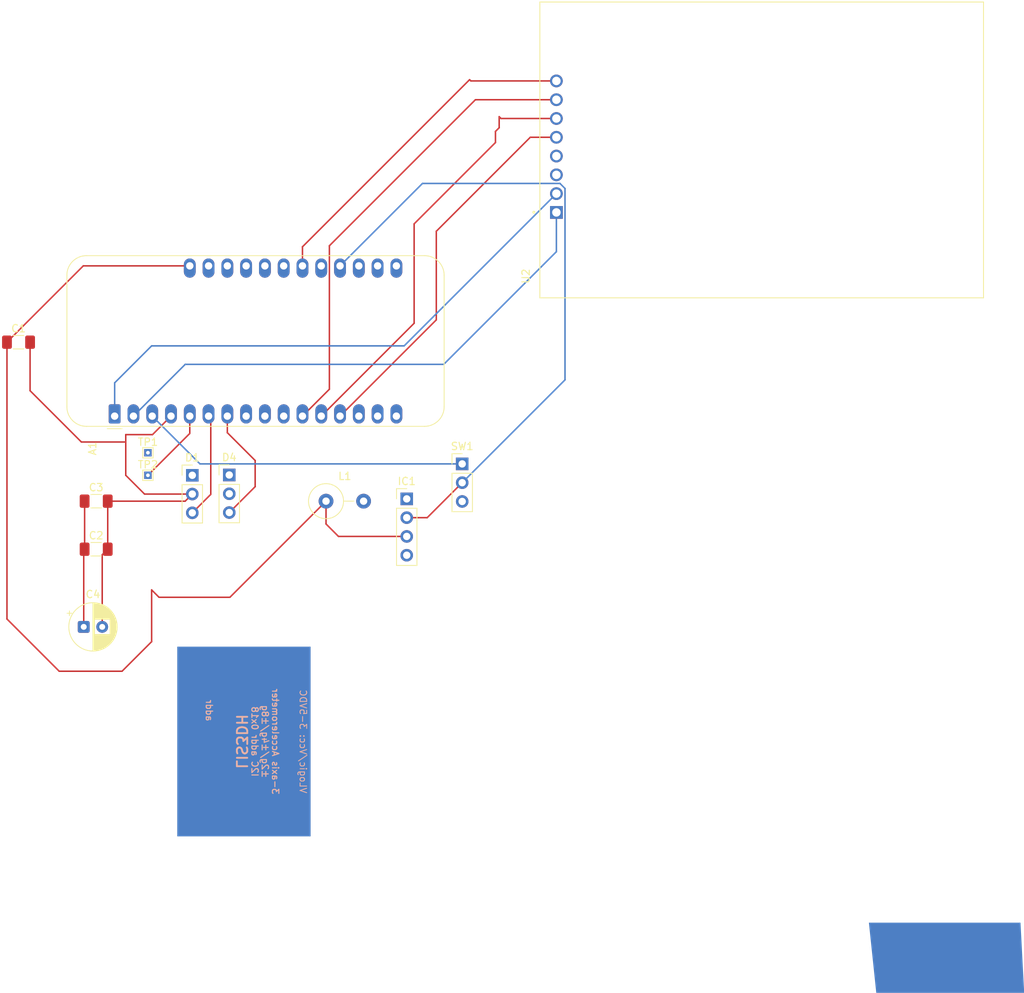
<source format=kicad_pcb>
(kicad_pcb (version 20241229) (generator "pcbnew") (generator_version "9.0")
  (title_block (title "Illumi-not-i Bike Safety System") (date "11/3/2025") (rev "4") (company "Portland State University") (comment 1 "ECE411_Team 1_ A-Team"))
  (layers (0 "F.Cu" signal) (2 "B.Cu" signal) (13 "F.Paste" user) (15 "B.Paste" user) (5 "F.SilkS" user "F.Silkscreen") (7 "B.SilkS" user "B.Silkscreen") (1 "F.Mask" user) (3 "B.Mask" user) (25 "Edge.Cuts" user))
  (net 0 "")
  (net 1 "GND")
  (net 2 "/IO6")
  (net 3 "/IO11")
  (net 4 "/IO9")
  (net 5 "/MOSI")
  (net 9 "/IO10")
  (net 12 "/REST")
  (net 13 "Net-(A1-A2)")
  (net 18 "+3.3V")
  (net 20 "/A0")
  (net 21 "+BATT")
  (net 22 "/SCK")
  (net 23 "/MISO")
  (net 26 "Net-(SW1-B)")
  (net 29 "+5V")
  (net 30 "Net-(IC1-SW)")
  (net 32 "/INT2")
  (footprint "Inductor_THT:L_Axial_L11.0mm_D4.5mm_P5.08mm_Vertical_Fastron_MECC" (layer "F.Cu") (at 194.585 114)
    (property "Reference" "L1" (at 2.54 -3.37 0) (layer "F.SilkS"))
    (property "Value" "1u")
    (fp_line (start 2.37 0) (end 3.78 0) (stroke (width 0.12)) (layer "F.SilkS"))
    (fp_circle (center 0 0) (end 2.37 0) (stroke (width 0.12)) (fill no) (layer "F.SilkS"))
    (pad "1" thru_hole circle (at 0 0) (size 2 2) (drill 1) (layers "*.Cu" "*.Mask") (net 21 "+BATT"))
    (pad "2" thru_hole circle (at 5.08 0) (size 2 2) (drill 1) (layers "*.Cu" "*.Mask") (net 30 "Net-(IC1-SW)"))
  )
  (footprint "CEG006900:MODULE_CEG006900" (layer "F.Cu") (at 253.5 66.5 90)
    (property "Reference" "U2" (at -17.075 -31.885 90) (layer "F.SilkS"))
    (property "Value" "RF522_RFID")
    (fp_line (start 20 -30) (end 20 30) (stroke (width 0.127)) (layer "F.SilkS"))
    (fp_line (start -20 -30) (end 20 -30) (stroke (width 0.127)) (layer "F.SilkS"))
    (fp_line (start 20 30) (end -20 30) (stroke (width 0.127)) (layer "F.SilkS"))
    (fp_line (start -20 30) (end -20 -30) (stroke (width 0.127)) (layer "F.SilkS"))
    (fp_circle (center -8.431 -30.808) (end -8.331 -30.808) (stroke (width 0.2)) (fill no) (layer "F.SilkS"))
    (pad "" np_thru_hole circle (at -17.5 -14 90) (size 2.5 2.5) (drill 2.5) (layers "*.Cu" "*.Mask"))
    (pad "" np_thru_hole circle (at -14 24 90) (size 2.5 2.5) (drill 2.5) (layers "*.Cu" "*.Mask"))
    (pad "" np_thru_hole circle (at 14 24 90) (size 2.5 2.5) (drill 2.5) (layers "*.Cu" "*.Mask"))
    (pad "" np_thru_hole circle (at 17.5 -14 90) (size 2.5 2.5) (drill 2.5) (layers "*.Cu" "*.Mask"))
    (pad "1" thru_hole rect (at -8.45 -27.76 90) (size 1.725 1.725) (drill 1.15) (layers "*.Cu" "*.Mask") (net 18 "+3.3V"))
    (pad "2" thru_hole circle (at -5.91 -27.76 90) (size 1.725 1.725) (drill 1.15) (layers "*.Cu" "*.Mask") (net 12 "/REST"))
    (pad "3" thru_hole circle (at -3.37 -27.76 90) (size 1.725 1.725) (drill 1.15) (layers "*.Cu" "*.Mask") (net 1 "GND"))
    (pad "4" thru_hole circle (at -0.83 -27.76 90) (size 1.725 1.725) (drill 1.15) (layers "*.Cu" "*.Mask"))
    (pad "5" thru_hole circle (at 1.71 -27.76 90) (size 1.725 1.725) (drill 1.15) (layers "*.Cu" "*.Mask") (net 23 "/MISO"))
    (pad "6" thru_hole circle (at 4.25 -27.76 90) (size 1.725 1.725) (drill 1.15) (layers "*.Cu" "*.Mask") (net 5 "/MOSI"))
    (pad "7" thru_hole circle (at 6.79 -27.76 90) (size 1.725 1.725) (drill 1.15) (layers "*.Cu" "*.Mask") (net 22 "/SCK"))
    (pad "8" thru_hole circle (at 9.33 -27.76 90) (size 1.725 1.725) (drill 1.15) (layers "*.Cu" "*.Mask") (net 9 "/IO10"))
  )
  (footprint "Capacitor_SMD:C_1206_3216Metric_Pad1.33x1.80mm_HandSolder" (layer "F.Cu") (at 153 92.5)
    (property "Reference" "C1" (at 0 -1.85 0) (layer "F.SilkS"))
    (property "Value" "10u")
    (fp_line (start -0.711252 -0.91) (end 0.711252 -0.91) (stroke (width 0.12)) (layer "F.SilkS"))
    (fp_line (start -0.711252 0.91) (end 0.711252 0.91) (stroke (width 0.12)) (layer "F.SilkS"))
    (pad "1" smd roundrect (at -1.5625 0) (size 1.325 1.8) (layers "F.Cu" "F.Mask" "F.Paste") (roundrect_rratio 0.188679) (net 21 "+BATT"))
    (pad "2" smd roundrect (at 1.5625 0) (size 1.325 1.8) (layers "F.Cu" "F.Mask" "F.Paste") (roundrect_rratio 0.188679) (net 1 "GND"))
  )
  (footprint "Connector_PinHeader_2.54mm:PinHeader_1x03_P2.54mm_Vertical" (layer "F.Cu") (at 181.5 110.46)
    (property "Reference" "D4" (at 0 -2.38 0) (layer "F.SilkS"))
    (property "Value" "WS2812B-2020-LED")
    (fp_line (start -1.38 -1.38) (end 0 -1.38) (stroke (width 0.12)) (layer "F.SilkS"))
    (fp_line (start -1.38 0) (end -1.38 -1.38) (stroke (width 0.12)) (layer "F.SilkS"))
    (fp_line (start -1.38 1.27) (end -1.38 6.46) (stroke (width 0.12)) (layer "F.SilkS"))
    (fp_line (start -1.38 1.27) (end 1.38 1.27) (stroke (width 0.12)) (layer "F.SilkS"))
    (fp_line (start -1.38 6.46) (end 1.38 6.46) (stroke (width 0.12)) (layer "F.SilkS"))
    (fp_line (start 1.38 1.27) (end 1.38 6.46) (stroke (width 0.12)) (layer "F.SilkS"))
    (pad "1" thru_hole rect (at 0 0) (size 1.7 1.7) (drill 1) (layers "*.Cu" "*.Mask"))
    (pad "2" thru_hole circle (at 0 2.54) (size 1.7 1.7) (drill 1) (layers "*.Cu" "*.Mask") (net 1 "GND"))
    (pad "3" thru_hole circle (at 0 5.08) (size 1.7 1.7) (drill 1) (layers "*.Cu" "*.Mask") (net 13 "Net-(A1-A2)"))
  )
  (footprint "Capacitor_SMD:C_1206_3216Metric_Pad1.33x1.80mm_HandSolder" (layer "F.Cu") (at 163.5 114)
    (property "Reference" "C3" (at 0 -1.85 0) (layer "F.SilkS"))
    (property "Value" "22u")
    (fp_line (start -0.711252 -0.91) (end 0.711252 -0.91) (stroke (width 0.12)) (layer "F.SilkS"))
    (fp_line (start -0.711252 0.91) (end 0.711252 0.91) (stroke (width 0.12)) (layer "F.SilkS"))
    (pad "1" smd roundrect (at -1.5625 0) (size 1.325 1.8) (layers "F.Cu" "F.Mask" "F.Paste") (roundrect_rratio 0.188679) (net 29 "+5V"))
    (pad "2" smd roundrect (at 1.5625 0) (size 1.325 1.8) (layers "F.Cu" "F.Mask" "F.Paste") (roundrect_rratio 0.188679) (net 1 "GND"))
  )
  (footprint "Module:Adafruit_Feather" (layer "F.Cu") (at 166 102.5 90)
    (property "Reference" "A1" (at -4.385 -3 90) (layer "F.SilkS"))
    (property "Value" "Adafruit_Feather_ESP32_S3")
    (fp_line (start 19.05 -6.46) (end 1.27 -6.46) (stroke (width 0.12)) (layer "F.SilkS"))
    (fp_line (start 21.7 -3.81) (end 21.7 41.91) (stroke (width 0.12)) (layer "F.SilkS"))
    (fp_line (start -1.38 -3.81) (end -1.38 41.91) (stroke (width 0.12)) (layer "F.SilkS"))
    (fp_line (start -1.7 1) (end -1.7 -1) (stroke (width 0.12)) (layer "F.SilkS"))
    (fp_line (start 19.05 44.56) (end 1.27 44.56) (stroke (width 0.12)) (layer "F.SilkS"))
    (fp_arc (start 19.05 -6.46) (mid 20.923833 -5.683833) (end 21.7 -3.81) (stroke (width 0.12)) (layer "F.SilkS"))
    (fp_arc (start -1.38 -3.81) (mid -0.603833 -5.683833) (end 1.27 -6.46) (stroke (width 0.12)) (layer "F.SilkS"))
    (fp_arc (start 21.7 41.91) (mid 20.923833 43.783833) (end 19.05 44.56) (stroke (width 0.12)) (layer "F.SilkS"))
    (fp_arc (start 1.27 44.56) (mid -0.603833 43.783833) (end -1.38 41.91) (stroke (width 0.12)) (layer "F.SilkS"))
    (pad "1" thru_hole roundrect (at 0 0 90) (size 2.6 1.6) (drill 1 (offset 0.3 0)) (layers "*.Cu" "*.Mask") (roundrect_rratio 0.15625) (net 12 "/REST"))
    (pad "2" thru_hole oval (at 0 2.54 90) (size 2.6 1.6) (drill 1 (offset 0.3 0)) (layers "*.Cu" "*.Mask") (net 18 "+3.3V"))
    (pad "3" thru_hole oval (at 0 5.08 90) (size 2.6 1.6) (drill 1 (offset 0.3 0)) (layers "*.Cu" "*.Mask") (net 26 "Net-(SW1-B)"))
    (pad "4" thru_hole oval (at 0 7.62 90) (size 2.6 1.6) (drill 1 (offset 0.3 0)) (layers "*.Cu" "*.Mask") (net 1 "GND"))
    (pad "5" thru_hole oval (at 0 10.16 90) (size 2.6 1.6) (drill 1 (offset 0.3 0)) (layers "*.Cu" "*.Mask") (net 20 "/A0"))
    (pad "6" thru_hole oval (at 0 12.7 90) (size 2.6 1.6) (drill 1 (offset 0.3 0)) (layers "*.Cu" "*.Mask") (net 3 "/IO11"))
    (pad "7" thru_hole oval (at 0 15.24 90) (size 2.6 1.6) (drill 1 (offset 0.3 0)) (layers "*.Cu" "*.Mask") (net 13 "Net-(A1-A2)"))
    (pad "8" thru_hole oval (at 0 17.78 90) (size 2.6 1.6) (drill 1 (offset 0.3 0)) (layers "*.Cu" "*.Mask"))
    (pad "9" thru_hole oval (at 0 20.32 90) (size 2.6 1.6) (drill 1 (offset 0.3 0)) (layers "*.Cu" "*.Mask"))
    (pad "10" thru_hole oval (at 0 22.86 90) (size 2.6 1.6) (drill 1 (offset 0.3 0)) (layers "*.Cu" "*.Mask"))
    (pad "11" thru_hole oval (at 0 25.4 90) (size 2.6 1.6) (drill 1 (offset 0.3 0)) (layers "*.Cu" "*.Mask") (net 22 "/SCK"))
    (pad "12" thru_hole oval (at 0 27.94 90) (size 2.6 1.6) (drill 1 (offset 0.3 0)) (layers "*.Cu" "*.Mask") (net 5 "/MOSI"))
    (pad "13" thru_hole oval (at 0 30.48 90) (size 2.6 1.6) (drill 1 (offset 0.3 0)) (layers "*.Cu" "*.Mask") (net 23 "/MISO"))
    (pad "14" thru_hole oval (at 0 33.02 90) (size 2.6 1.6) (drill 1 (offset 0.3 0)) (layers "*.Cu" "*.Mask"))
    (pad "15" thru_hole oval (at 0 35.56 90) (size 2.6 1.6) (drill 1 (offset 0.3 0)) (layers "*.Cu" "*.Mask"))
    (pad "16" thru_hole oval (at 0 38.1 90) (size 2.6 1.6) (drill 1 (offset 0.3 0)) (layers "*.Cu" "*.Mask"))
    (pad "17" thru_hole oval (at 20.32 38.1 270) (size 2.6 1.6) (drill 1 (offset 0.3 0)) (layers "*.Cu" "*.Mask"))
    (pad "18" thru_hole oval (at 20.32 35.56 270) (size 2.6 1.6) (drill 1 (offset 0.3 0)) (layers "*.Cu" "*.Mask"))
    (pad "19" thru_hole oval (at 20.32 33.02 270) (size 2.6 1.6) (drill 1 (offset 0.3 0)) (layers "*.Cu" "*.Mask"))
    (pad "20" thru_hole oval (at 20.32 30.48 270) (size 2.6 1.6) (drill 1 (offset 0.3 0)) (layers "*.Cu" "*.Mask") (net 2 "/IO6"))
    (pad "21" thru_hole oval (at 20.32 27.94 270) (size 2.6 1.6) (drill 1 (offset 0.3 0)) (layers "*.Cu" "*.Mask") (net 4 "/IO9"))
    (pad "22" thru_hole oval (at 20.32 25.4 270) (size 2.6 1.6) (drill 1 (offset 0.3 0)) (layers "*.Cu" "*.Mask") (net 9 "/IO10"))
    (pad "23" thru_hole oval (at 20.32 22.86 270) (size 2.6 1.6) (drill 1 (offset 0.3 0)) (layers "*.Cu" "*.Mask"))
    (pad "24" thru_hole oval (at 20.32 20.32 270) (size 2.6 1.6) (drill 1 (offset 0.3 0)) (layers "*.Cu" "*.Mask"))
    (pad "25" thru_hole oval (at 20.32 17.78 270) (size 2.6 1.6) (drill 1 (offset 0.3 0)) (layers "*.Cu" "*.Mask"))
    (pad "26" thru_hole oval (at 20.32 15.24 270) (size 2.6 1.6) (drill 1 (offset 0.3 0)) (layers "*.Cu" "*.Mask"))
    (pad "27" thru_hole oval (at 20.32 12.7 270) (size 2.6 1.6) (drill 1 (offset 0.3 0)) (layers "*.Cu" "*.Mask"))
    (pad "28" thru_hole oval (at 20.32 10.16 270) (size 2.6 1.6) (drill 1 (offset 0.3 0)) (layers "*.Cu" "*.Mask") (net 21 "+BATT"))
  )
  (footprint "TestPoint:TestPoint_THTPad_1.0x1.0mm_Drill0.5mm" (layer "F.Cu") (at 170.5 107.45)
    (property "Reference" "TP1" (at 0 -1.448 0) (layer "F.SilkS"))
    (property "Value" "TestPoint_RFID_INT2")
    (fp_line (start -0.7 -0.7) (end 0.7 -0.7) (stroke (width 0.12)) (layer "F.SilkS"))
    (fp_line (start -0.7 0.7) (end -0.7 -0.7) (stroke (width 0.12)) (layer "F.SilkS"))
    (fp_line (start 0.7 -0.7) (end 0.7 0.7) (stroke (width 0.12)) (layer "F.SilkS"))
    (fp_line (start 0.7 0.7) (end -0.7 0.7) (stroke (width 0.12)) (layer "F.SilkS"))
    (pad "1" thru_hole rect (at 0 0) (size 1 1) (drill 0.5) (layers "*.Cu" "*.Mask") (net 32 "/INT2"))
  )
  (footprint "Connector_PinHeader_2.54mm:PinHeader_1x03_P2.54mm_Vertical" (layer "F.Cu") (at 176.5 110.5)
    (property "Reference" "D1" (at 0 -2.38 0) (layer "F.SilkS"))
    (property "Value" "WS2812B-2020-LED")
    (fp_line (start -1.38 -1.38) (end 0 -1.38) (stroke (width 0.12)) (layer "F.SilkS"))
    (fp_line (start -1.38 0) (end -1.38 -1.38) (stroke (width 0.12)) (layer "F.SilkS"))
    (fp_line (start -1.38 1.27) (end -1.38 6.46) (stroke (width 0.12)) (layer "F.SilkS"))
    (fp_line (start -1.38 1.27) (end 1.38 1.27) (stroke (width 0.12)) (layer "F.SilkS"))
    (fp_line (start -1.38 6.46) (end 1.38 6.46) (stroke (width 0.12)) (layer "F.SilkS"))
    (fp_line (start 1.38 1.27) (end 1.38 6.46) (stroke (width 0.12)) (layer "F.SilkS"))
    (pad "1" thru_hole rect (at 0 0) (size 1.7 1.7) (drill 1) (layers "*.Cu" "*.Mask"))
    (pad "2" thru_hole circle (at 0 2.54) (size 1.7 1.7) (drill 1) (layers "*.Cu" "*.Mask") (net 1 "GND"))
    (pad "3" thru_hole circle (at 0 5.08) (size 1.7 1.7) (drill 1) (layers "*.Cu" "*.Mask") (net 3 "/IO11"))
  )
  (footprint "TestPoint:TestPoint_THTPad_1.0x1.0mm_Drill0.5mm" (layer "F.Cu") (at 170.5 110.5)
    (property "Reference" "TP2" (at 0 -1.448 0) (layer "F.SilkS"))
    (property "Value" "TestPoint_RFID_INT1")
    (fp_line (start -0.7 -0.7) (end 0.7 -0.7) (stroke (width 0.12)) (layer "F.SilkS"))
    (fp_line (start -0.7 0.7) (end -0.7 -0.7) (stroke (width 0.12)) (layer "F.SilkS"))
    (fp_line (start 0.7 -0.7) (end 0.7 0.7) (stroke (width 0.12)) (layer "F.SilkS"))
    (fp_line (start 0.7 0.7) (end -0.7 0.7) (stroke (width 0.12)) (layer "F.SilkS"))
    (pad "1" thru_hole rect (at 0 0) (size 1 1) (drill 0.5) (layers "*.Cu" "*.Mask") (net 20 "/A0"))
  )
  (footprint "Capacitor_THT:CP_Radial_D6.3mm_P2.50mm" (layer "F.Cu") (at 161.817621 131)
    (property "Reference" "C4" (at 1.25 -4.4 0) (layer "F.SilkS"))
    (property "Value" "100u")
    (fp_line (start -2.250241 -1.839) (end -1.620241 -1.839) (stroke (width 0.12)) (layer "F.SilkS"))
    (fp_line (start -1.935241 -2.154) (end -1.935241 -1.524) (stroke (width 0.12)) (layer "F.SilkS"))
    (fp_line (start 1.25 -3.23) (end 1.25 3.23) (stroke (width 0.12)) (layer "F.SilkS"))
    (fp_line (start 1.29 -3.23) (end 1.29 3.23) (stroke (width 0.12)) (layer "F.SilkS"))
    (fp_line (start 1.33 -3.229) (end 1.33 3.229) (stroke (width 0.12)) (layer "F.SilkS"))
    (fp_line (start 1.37 -3.228) (end 1.37 3.228) (stroke (width 0.12)) (layer "F.SilkS"))
    (fp_line (start 1.41 -3.226) (end 1.41 3.226) (stroke (width 0.12)) (layer "F.SilkS"))
    (fp_line (start 1.45 -3.224) (end 1.45 3.224) (stroke (width 0.12)) (layer "F.SilkS"))
    (fp_line (start 1.49 -3.221) (end 1.49 -1.04) (stroke (width 0.12)) (layer "F.SilkS"))
    (fp_line (start 1.49 1.04) (end 1.49 3.221) (stroke (width 0.12)) (layer "F.SilkS"))
    (fp_line (start 1.53 -3.218) (end 1.53 -1.04) (stroke (width 0.12)) (layer "F.SilkS"))
    (fp_line (start 1.53 1.04) (end 1.53 3.218) (stroke (width 0.12)) (layer "F.SilkS"))
    (fp_line (start 1.57 -3.214) (end 1.57 -1.04) (stroke (width 0.12)) (layer "F.SilkS"))
    (fp_line (start 1.57 1.04) (end 1.57 3.214) (stroke (width 0.12)) (layer "F.SilkS"))
    (fp_line (start 1.61 -3.21) (end 1.61 -1.04) (stroke (width 0.12)) (layer "F.SilkS"))
    (fp_line (start 1.61 1.04) (end 1.61 3.21) (stroke (width 0.12)) (layer "F.SilkS"))
    (fp_line (start 1.65 -3.205) (end 1.65 -1.04) (stroke (width 0.12)) (layer "F.SilkS"))
    (fp_line (start 1.65 1.04) (end 1.65 3.205) (stroke (width 0.12)) (layer "F.SilkS"))
    (fp_line (start 1.69 -3.2) (end 1.69 -1.04) (stroke (width 0.12)) (layer "F.SilkS"))
    (fp_line (start 1.69 1.04) (end 1.69 3.2) (stroke (width 0.12)) (layer "F.SilkS"))
    (fp_line (start 1.73 -3.195) (end 1.73 -1.04) (stroke (width 0.12)) (layer "F.SilkS"))
    (fp_line (start 1.73 1.04) (end 1.73 3.195) (stroke (width 0.12)) (layer "F.SilkS"))
    (fp_line (start 1.77 -3.188) (end 1.77 -1.04) (stroke (width 0.12)) (layer "F.SilkS"))
    (fp_line (start 1.77 1.04) (end 1.77 3.188) (stroke (width 0.12)) (layer "F.SilkS"))
    (fp_line (start 1.81 -3.182) (end 1.81 -1.04) (stroke (width 0.12)) (layer "F.SilkS"))
    (fp_line (start 1.81 1.04) (end 1.81 3.182) (stroke (width 0.12)) (layer "F.SilkS"))
    (fp_line (start 1.85 -3.174) (end 1.85 -1.04) (stroke (width 0.12)) (layer "F.SilkS"))
    (fp_line (start 1.85 1.04) (end 1.85 3.174) (stroke (width 0.12)) (layer "F.SilkS"))
    (fp_line (start 1.89 -3.167) (end 1.89 -1.04) (stroke (width 0.12)) (layer "F.SilkS"))
    (fp_line (start 1.89 1.04) (end 1.89 3.167) (stroke (width 0.12)) (layer "F.SilkS"))
    (fp_line (start 1.93 -3.159) (end 1.93 -1.04) (stroke (width 0.12)) (layer "F.SilkS"))
    (fp_line (start 1.93 1.04) (end 1.93 3.159) (stroke (width 0.12)) (layer "F.SilkS"))
    (fp_line (start 1.97 -3.15) (end 1.97 -1.04) (stroke (width 0.12)) (layer "F.SilkS"))
    (fp_line (start 1.97 1.04) (end 1.97 3.15) (stroke (width 0.12)) (layer "F.SilkS"))
    (fp_line (start 2.01 -3.14) (end 2.01 -1.04) (stroke (width 0.12)) (layer "F.SilkS"))
    (fp_line (start 2.01 1.04) (end 2.01 3.14) (stroke (width 0.12)) (layer "F.SilkS"))
    (fp_line (start 2.05 -3.131) (end 2.05 -1.04) (stroke (width 0.12)) (layer "F.SilkS"))
    (fp_line (start 2.05 1.04) (end 2.05 3.131) (stroke (width 0.12)) (layer "F.SilkS"))
    (fp_line (start 2.09 -3.12) (end 2.09 -1.04) (stroke (width 0.12)) (layer "F.SilkS"))
    (fp_line (start 2.09 1.04) (end 2.09 3.12) (stroke (width 0.12)) (layer "F.SilkS"))
    (fp_line (start 2.13 -3.109) (end 2.13 -1.04) (stroke (width 0.12)) (layer "F.SilkS"))
    (fp_line (start 2.13 1.04) (end 2.13 3.109) (stroke (width 0.12)) (layer "F.SilkS"))
    (fp_line (start 2.17 -3.098) (end 2.17 -1.04) (stroke (width 0.12)) (layer "F.SilkS"))
    (fp_line (start 2.17 1.04) (end 2.17 3.098) (stroke (width 0.12)) (layer "F.SilkS"))
    (fp_line (start 2.21 -3.086) (end 2.21 -1.04) (stroke (width 0.12)) (layer "F.SilkS"))
    (fp_line (start 2.21 1.04) (end 2.21 3.086) (stroke (width 0.12)) (layer "F.SilkS"))
    (fp_line (start 2.25 -3.073) (end 2.25 -1.04) (stroke (width 0.12)) (layer "F.SilkS"))
    (fp_line (start 2.25 1.04) (end 2.25 3.073) (stroke (width 0.12)) (layer "F.SilkS"))
    (fp_line (start 2.29 -3.06) (end 2.29 -1.04) (stroke (width 0.12)) (layer "F.SilkS"))
    (fp_line (start 2.29 1.04) (end 2.29 3.06) (stroke (width 0.12)) (layer "F.SilkS"))
    (fp_line (start 2.33 -3.047) (end 2.33 -1.04) (stroke (width 0.12)) (layer "F.SilkS"))
    (fp_line (start 2.33 1.04) (end 2.33 3.047) (stroke (width 0.12)) (layer "F.SilkS"))
    (fp_line (start 2.37 -3.032) (end 2.37 -1.04) (stroke (width 0.12)) (layer "F.SilkS"))
    (fp_line (start 2.37 1.04) (end 2.37 3.032) (stroke (width 0.12)) (layer "F.SilkS"))
    (fp_line (start 2.41 -3.017) (end 2.41 -1.04) (stroke (width 0.12)) (layer "F.SilkS"))
    (fp_line (start 2.41 1.04) (end 2.41 3.017) (stroke (width 0.12)) (layer "F.SilkS"))
    (fp_line (start 2.45 -3.002) (end 2.45 -1.04) (stroke (width 0.12)) (layer "F.SilkS"))
    (fp_line (start 2.45 1.04) (end 2.45 3.002) (stroke (width 0.12)) (layer "F.SilkS"))
    (fp_line (start 2.49 -2.986) (end 2.49 -1.04) (stroke (width 0.12)) (layer "F.SilkS"))
    (fp_line (start 2.49 1.04) (end 2.49 2.986) (stroke (width 0.12)) (layer "F.SilkS"))
    (fp_line (start 2.53 -2.969) (end 2.53 -1.04) (stroke (width 0.12)) (layer "F.SilkS"))
    (fp_line (start 2.53 1.04) (end 2.53 2.969) (stroke (width 0.12)) (layer "F.SilkS"))
    (fp_line (start 2.57 -2.952) (end 2.57 -1.04) (stroke (width 0.12)) (layer "F.SilkS"))
    (fp_line (start 2.57 1.04) (end 2.57 2.952) (stroke (width 0.12)) (layer "F.SilkS"))
    (fp_line (start 2.61 -2.934) (end 2.61 -1.04) (stroke (width 0.12)) (layer "F.SilkS"))
    (fp_line (start 2.61 1.04) (end 2.61 2.934) (stroke (width 0.12)) (layer "F.SilkS"))
    (fp_line (start 2.65 -2.915) (end 2.65 -1.04) (stroke (width 0.12)) (layer "F.SilkS"))
    (fp_line (start 2.65 1.04) (end 2.65 2.915) (stroke (width 0.12)) (layer "F.SilkS"))
    (fp_line (start 2.69 -2.896) (end 2.69 -1.04) (stroke (width 0.12)) (layer "F.SilkS"))
    (fp_line (start 2.69 1.04) (end 2.69 2.896) (stroke (width 0.12)) (layer "F.SilkS"))
    (fp_line (start 2.73 -2.876) (end 2.73 -1.04) (stroke (width 0.12)) (layer "F.SilkS"))
    (fp_line (start 2.73 1.04) (end 2.73 2.876) (stroke (width 0.12)) (layer "F.SilkS"))
    (fp_line (start 2.77 -2.855) (end 2.77 -1.04) (stroke (width 0.12)) (layer "F.SilkS"))
    (fp_line (start 2.77 1.04) (end 2.77 2.855) (stroke (width 0.12)) (layer "F.SilkS"))
    (fp_line (start 2.81 -2.834) (end 2.81 -1.04) (stroke (width 0.12)) (layer "F.SilkS"))
    (fp_line (start 2.81 1.04) (end 2.81 2.834) (stroke (width 0.12)) (layer "F.SilkS"))
    (fp_line (start 2.85 -2.812) (end 2.85 -1.04) (stroke (width 0.12)) (layer "F.SilkS"))
    (fp_line (start 2.85 1.04) (end 2.85 2.812) (stroke (width 0.12)) (layer "F.SilkS"))
    (fp_line (start 2.89 -2.789) (end 2.89 -1.04) (stroke (width 0.12)) (layer "F.SilkS"))
    (fp_line (start 2.89 1.04) (end 2.89 2.789) (stroke (width 0.12)) (layer "F.SilkS"))
    (fp_line (start 2.93 -2.765) (end 2.93 -1.04) (stroke (width 0.12)) (layer "F.SilkS"))
    (fp_line (start 2.93 1.04) (end 2.93 2.765) (stroke (width 0.12)) (layer "F.SilkS"))
    (fp_line (start 2.97 -2.741) (end 2.97 -1.04) (stroke (width 0.12)) (layer "F.SilkS"))
    (fp_line (start 2.97 1.04) (end 2.97 2.741) (stroke (width 0.12)) (layer "F.SilkS"))
    (fp_line (start 3.01 -2.716) (end 3.01 -1.04) (stroke (width 0.12)) (layer "F.SilkS"))
    (fp_line (start 3.01 1.04) (end 3.01 2.716) (stroke (width 0.12)) (layer "F.SilkS"))
    (fp_line (start 3.05 -2.69) (end 3.05 -1.04) (stroke (width 0.12)) (layer "F.SilkS"))
    (fp_line (start 3.05 1.04) (end 3.05 2.69) (stroke (width 0.12)) (layer "F.SilkS"))
    (fp_line (start 3.09 -2.663) (end 3.09 -1.04) (stroke (width 0.12)) (layer "F.SilkS"))
    (fp_line (start 3.09 1.04) (end 3.09 2.663) (stroke (width 0.12)) (layer "F.SilkS"))
    (fp_line (start 3.13 -2.636) (end 3.13 -1.04) (stroke (width 0.12)) (layer "F.SilkS"))
    (fp_line (start 3.13 1.04) (end 3.13 2.636) (stroke (width 0.12)) (layer "F.SilkS"))
    (fp_line (start 3.17 -2.607) (end 3.17 -1.04) (stroke (width 0.12)) (layer "F.SilkS"))
    (fp_line (start 3.17 1.04) (end 3.17 2.607) (stroke (width 0.12)) (layer "F.SilkS"))
    (fp_line (start 3.21 -2.577) (end 3.21 -1.04) (stroke (width 0.12)) (layer "F.SilkS"))
    (fp_line (start 3.21 1.04) (end 3.21 2.577) (stroke (width 0.12)) (layer "F.SilkS"))
    (fp_line (start 3.25 -2.547) (end 3.25 -1.04) (stroke (width 0.12)) (layer "F.SilkS"))
    (fp_line (start 3.25 1.04) (end 3.25 2.547) (stroke (width 0.12)) (layer "F.SilkS"))
    (fp_line (start 3.29 -2.516) (end 3.29 -1.04) (stroke (width 0.12)) (layer "F.SilkS"))
    (fp_line (start 3.29 1.04) (end 3.29 2.516) (stroke (width 0.12)) (layer "F.SilkS"))
    (fp_line (start 3.33 -2.483) (end 3.33 -1.04) (stroke (width 0.12)) (layer "F.SilkS"))
    (fp_line (start 3.33 1.04) (end 3.33 2.483) (stroke (width 0.12)) (layer "F.SilkS"))
    (fp_line (start 3.37 -2.45) (end 3.37 -1.04) (stroke (width 0.12)) (layer "F.SilkS"))
    (fp_line (start 3.37 1.04) (end 3.37 2.45) (stroke (width 0.12)) (layer "F.SilkS"))
    (fp_line (start 3.41 -2.415) (end 3.41 -1.04) (stroke (width 0.12)) (layer "F.SilkS"))
    (fp_line (start 3.41 1.04) (end 3.41 2.415) (stroke (width 0.12)) (layer "F.SilkS"))
    (fp_line (start 3.45 -2.379) (end 3.45 -1.04) (stroke (width 0.12)) (layer "F.SilkS"))
    (fp_line (start 3.45 1.04) (end 3.45 2.379) (stroke (width 0.12)) (layer "F.SilkS"))
    (fp_line (start 3.49 -2.342) (end 3.49 -1.04) (stroke (width 0.12)) (layer "F.SilkS"))
    (fp_line (start 3.49 1.04) (end 3.49 2.342) (stroke (width 0.12)) (layer "F.SilkS"))
    (fp_line (start 3.53 -2.304) (end 3.53 -1.04) (stroke (width 0.12)) (layer "F.SilkS"))
    (fp_line (start 3.53 1.04) (end 3.53 2.304) (stroke (width 0.12)) (layer "F.SilkS"))
    (fp_line (start 3.57 -2.264) (end 3.57 2.264) (stroke (width 0.12)) (layer "F.SilkS"))
    (fp_line (start 3.61 -2.223) (end 3.61 2.223) (stroke (width 0.12)) (layer "F.SilkS"))
    (fp_line (start 3.65 -2.181) (end 3.65 2.181) (stroke (width 0.12)) (layer "F.SilkS"))
    (fp_line (start 3.69 -2.137) (end 3.69 2.137) (stroke (width 0.12)) (layer "F.SilkS"))
    (fp_line (start 3.73 -2.091) (end 3.73 2.091) (stroke (width 0.12)) (layer "F.SilkS"))
    (fp_line (start 3.77 -2.044) (end 3.77 2.044) (stroke (width 0.12)) (layer "F.SilkS"))
    (fp_line (start 3.81 -1.995) (end 3.81 1.995) (stroke (width 0.12)) (layer "F.SilkS"))
    (fp_line (start 3.85 -1.943) (end 3.85 1.943) (stroke (width 0.12)) (layer "F.SilkS"))
    (fp_line (start 3.89 -1.89) (end 3.89 1.89) (stroke (width 0.12)) (layer "F.SilkS"))
    (fp_line (start 3.93 -1.834) (end 3.93 1.834) (stroke (width 0.12)) (layer "F.SilkS"))
    (fp_line (start 3.97 -1.775) (end 3.97 1.775) (stroke (width 0.12)) (layer "F.SilkS"))
    (fp_line (start 4.01 -1.714) (end 4.01 1.714) (stroke (width 0.12)) (layer "F.SilkS"))
    (fp_line (start 4.05 -1.649) (end 4.05 1.649) (stroke (width 0.12)) (layer "F.SilkS"))
    (fp_line (start 4.09 -1.581) (end 4.09 1.581) (stroke (width 0.12)) (layer "F.SilkS"))
    (fp_line (start 4.13 -1.509) (end 4.13 1.509) (stroke (width 0.12)) (layer "F.SilkS"))
    (fp_line (start 4.17 -1.432) (end 4.17 1.432) (stroke (width 0.12)) (layer "F.SilkS"))
    (fp_line (start 4.21 -1.35) (end 4.21 1.35) (stroke (width 0.12)) (layer "F.SilkS"))
    (fp_line (start 4.25 -1.261) (end 4.25 1.261) (stroke (width 0.12)) (layer "F.SilkS"))
    (fp_line (start 4.29 -1.165) (end 4.29 1.165) (stroke (width 0.12)) (layer "F.SilkS"))
    (fp_line (start 4.33 -1.058) (end 4.33 1.058) (stroke (width 0.12)) (layer "F.SilkS"))
    (fp_line (start 4.37 -0.939) (end 4.37 0.939) (stroke (width 0.12)) (layer "F.SilkS"))
    (fp_line (start 4.41 -0.801) (end 4.41 0.801) (stroke (width 0.12)) (layer "F.SilkS"))
    (fp_line (start 4.45 -0.633) (end 4.45 0.633) (stroke (width 0.12)) (layer "F.SilkS"))
    (fp_line (start 4.49 -0.402) (end 4.49 0.402) (stroke (width 0.12)) (layer "F.SilkS"))
    (fp_circle (center 1.25 0) (end 4.52 0) (stroke (width 0.12)) (fill no) (layer "F.SilkS"))
    (pad "1" thru_hole roundrect (at 0 0) (size 1.6 1.6) (drill 0.8) (layers "*.Cu" "*.Mask") (roundrect_rratio 0.15625) (net 29 "+5V"))
    (pad "2" thru_hole circle (at 2.5 0) (size 1.6 1.6) (drill 0.8) (layers "*.Cu" "*.Mask") (net 1 "GND"))
  )
  (footprint "Connector_PinHeader_2.54mm:PinHeader_1x04_P2.54mm_Vertical" (layer "F.Cu") (at 205.5 113.69)
    (property "Reference" "IC1" (at 0 -2.38 0) (layer "F.SilkS"))
    (property "Value" "TPS61023_Boost_Converter")
    (fp_line (start -1.38 -1.38) (end 0 -1.38) (stroke (width 0.12)) (layer "F.SilkS"))
    (fp_line (start -1.38 0) (end -1.38 -1.38) (stroke (width 0.12)) (layer "F.SilkS"))
    (fp_line (start -1.38 1.27) (end -1.38 9) (stroke (width 0.12)) (layer "F.SilkS"))
    (fp_line (start -1.38 1.27) (end 1.38 1.27) (stroke (width 0.12)) (layer "F.SilkS"))
    (fp_line (start -1.38 9) (end 1.38 9) (stroke (width 0.12)) (layer "F.SilkS"))
    (fp_line (start 1.38 1.27) (end 1.38 9) (stroke (width 0.12)) (layer "F.SilkS"))
    (pad "1" thru_hole rect (at 0 0) (size 1.7 1.7) (drill 1) (layers "*.Cu" "*.Mask"))
    (pad "2" thru_hole circle (at 0 2.54) (size 1.7 1.7) (drill 1) (layers "*.Cu" "*.Mask") (net 2 "/IO6"))
    (pad "3" thru_hole circle (at 0 5.08) (size 1.7 1.7) (drill 1) (layers "*.Cu" "*.Mask") (net 21 "+BATT"))
    (pad "4" thru_hole circle (at 0 7.62) (size 1.7 1.7) (drill 1) (layers "*.Cu" "*.Mask") (net 1 "GND"))
  )
  (footprint "Connector_PinHeader_2.54mm:PinHeader_1x03_P2.54mm_Vertical" (layer "F.Cu") (at 213 108.96)
    (property "Reference" "SW1" (at 0 -2.38 0) (layer "F.SilkS"))
    (property "Value" "SW_Wuerth_450301014042")
    (fp_line (start -1.38 -1.38) (end 0 -1.38) (stroke (width 0.12)) (layer "F.SilkS"))
    (fp_line (start -1.38 0) (end -1.38 -1.38) (stroke (width 0.12)) (layer "F.SilkS"))
    (fp_line (start -1.38 1.27) (end -1.38 6.46) (stroke (width 0.12)) (layer "F.SilkS"))
    (fp_line (start -1.38 1.27) (end 1.38 1.27) (stroke (width 0.12)) (layer "F.SilkS"))
    (fp_line (start -1.38 6.46) (end 1.38 6.46) (stroke (width 0.12)) (layer "F.SilkS"))
    (fp_line (start 1.38 1.27) (end 1.38 6.46) (stroke (width 0.12)) (layer "F.SilkS"))
    (pad "1" thru_hole rect (at 0 0) (size 1.7 1.7) (drill 1) (layers "*.Cu" "*.Mask") (net 26 "Net-(SW1-B)"))
    (pad "2" thru_hole circle (at 0 2.54) (size 1.7 1.7) (drill 1) (layers "*.Cu" "*.Mask") (net 2 "/IO6"))
    (pad "3" thru_hole circle (at 0 5.08) (size 1.7 1.7) (drill 1) (layers "*.Cu" "*.Mask") (net 1 "GND"))
  )
  (footprint "Capacitor_SMD:C_1206_3216Metric_Pad1.33x1.80mm_HandSolder" (layer "F.Cu") (at 163.5 120.5)
    (property "Reference" "C2" (at 0 -1.85 0) (layer "F.SilkS"))
    (property "Value" "22u")
    (fp_line (start -0.711252 -0.91) (end 0.711252 -0.91) (stroke (width 0.12)) (layer "F.SilkS"))
    (fp_line (start -0.711252 0.91) (end 0.711252 0.91) (stroke (width 0.12)) (layer "F.SilkS"))
    (pad "1" smd roundrect (at -1.5625 0) (size 1.325 1.8) (layers "F.Cu" "F.Mask" "F.Paste") (roundrect_rratio 0.188679) (net 29 "+5V"))
    (pad "2" smd roundrect (at 1.5625 0) (size 1.325 1.8) (layers "F.Cu" "F.Mask" "F.Paste") (roundrect_rratio 0.188679) (net 1 "GND"))
  )
  (gr_text "LIS3DH" (at 183.1655 146.5036 270) (layer "B.SilkS") (effects (font (size 1.40335 1.40335) (thickness 0.24765)) (justify mirror)))
  (gr_text "VLogic/Vcc: 3-5VDC" (at 191.484 146.5036 270) (layer "B.SilkS") (effects (font (size 0.89408 0.89408) (thickness 0.12192)) (justify mirror)))
  (gr_text "addr" (at 178.784 142.3126 270) (layer "B.SilkS") (effects (font (size 0.8636 0.8636) (thickness 0.1524)) (justify mirror)))
  (gr_text "3-axis Accelerometer\n±2g/±4g/±8g\nI2C addr 0x18" (at 186.3405 146.5036 270) (layer "B.SilkS") (effects (font (size 0.8636 0.8636) (thickness 0.1524)) (justify mirror)))
  (segment (start 165.0625 114) (end 175.54 114) (width 0.2) (layer "F.Cu") (net 1))
  (segment (start 175.54 114) (end 176.5 113.04) (width 0.2) (layer "F.Cu") (net 1))
  (segment (start 165.0625 114) (end 165.0625 120.5) (width 0.2) (layer "F.Cu") (net 1))
  (segment (start 154.5625 99.0625) (end 161.5 106) (width 0.2) (layer "F.Cu") (net 1))
  (segment (start 167.5 110.5) (end 167.5 106) (width 0.2) (layer "F.Cu") (net 1))
  (segment (start 167.5 105) (end 171.12 105) (width 0.2) (layer "F.Cu") (net 1))
  (segment (start 176.5 113.04) (end 170.04 113.04) (width 0.2) (layer "F.Cu") (net 1))
  (segment (start 161.5 106) (end 167.5 106) (width 0.2) (layer "F.Cu") (net 1))
  (segment (start 167.5 106) (end 167.5 105) (width 0.2) (layer "F.Cu") (net 1))
  (segment (start 171.12 105) (end 173.62 102.5) (width 0.2) (layer "F.Cu") (net 1))
  (segment (start 164.317621 131) (end 164.317621 121.244879) (width 0.2) (layer "F.Cu") (net 1))
  (segment (start 164.317621 121.244879) (end 165.0625 120.5) (width 0.2) (layer "F.Cu") (net 1))
  (segment (start 154.5625 92.5) (end 154.5625 99.0625) (width 0.2) (layer "F.Cu") (net 1))
  (segment (start 170.04 113.04) (end 167.5 110.5) (width 0.2) (layer "F.Cu") (net 1))
  (segment (start 208.27 116.23) (end 205.5 116.23) (width 0.2) (layer "F.Cu") (net 2))
  (segment (start 213 111.5) (end 208.27 116.23) (width 0.2) (layer "F.Cu") (net 2))
  (segment (start 213 111.5) (end 226.9035 97.5965) (width 0.2) (layer "B.Cu") (net 2))
  (segment (start 226.221938 71.0335) (end 207.6265 71.0335) (width 0.2) (layer "B.Cu") (net 2))
  (segment (start 226.9035 97.5965) (end 226.9035 71.715062) (width 0.2) (layer "B.Cu") (net 2))
  (segment (start 207.6265 71.0335) (end 196.48 82.18) (width 0.2) (layer "B.Cu") (net 2))
  (segment (start 226.9035 71.715062) (end 226.221938 71.0335) (width 0.2) (layer "B.Cu") (net 2))
  (segment (start 176.5 115.58) (end 179 113.08) (width 0.2) (layer "F.Cu") (net 3))
  (segment (start 179 113.08) (end 179 102.8) (width 0.2) (layer "F.Cu") (net 3))
  (segment (start 179 102.8) (end 178.7 102.5) (width 0.2) (layer "F.Cu") (net 3))
  (segment (start 218 62) (end 218.25 62.25) (width 0.2) (layer "F.Cu") (net 5))
  (segment (start 218.25 62.25) (end 225.74 62.25) (width 0.2) (layer "F.Cu") (net 5))
  (segment (start 193.94 102.5) (end 206.5 89.94) (width 0.2) (layer "F.Cu") (net 5))
  (segment (start 217.5 65.5) (end 217.5 64) (width 0.2) (layer "F.Cu") (net 5))
  (segment (start 206.5 89.94) (end 206.5 76.5) (width 0.2) (layer "F.Cu") (net 5))
  (segment (start 206.5 76.5) (end 217.5 65.5) (width 0.2) (layer "F.Cu") (net 5))
  (segment (start 217.5 64) (end 218 63.5) (width 0.2) (layer "F.Cu") (net 5))
  (segment (start 218 63.5) (end 218 62) (width 0.2) (layer "F.Cu") (net 5))
  (segment (start 191.4 79.6) (end 191.4 82.18) (width 0.2) (layer "F.Cu") (net 9))
  (segment (start 225.74 57.17) (end 214.17 57.17) (width 0.2) (layer "F.Cu") (net 9))
  (segment (start 214 57) (end 191.4 79.6) (width 0.2) (layer "F.Cu") (net 9))
  (segment (start 214.17 57.17) (end 214 57) (width 0.2) (layer "F.Cu") (net 9))
  (segment (start 205.15 93) (end 171 93) (width 0.2) (layer "B.Cu") (net 12))
  (segment (start 225.74 72.41) (end 205.15 93) (width 0.2) (layer "B.Cu") (net 12))
  (segment (start 166 98) (end 166 102.5) (width 0.2) (layer "B.Cu") (net 12))
  (segment (start 171 93) (end 166 98) (width 0.2) (layer "B.Cu") (net 12))
  (segment (start 185 112.04) (end 181.5 115.54) (width 0.2) (layer "F.Cu") (net 13))
  (segment (start 181.24 102.5) (end 181.24 104.74) (width 0.2) (layer "F.Cu") (net 13))
  (segment (start 185 108.5) (end 185 112.04) (width 0.2) (layer "F.Cu") (net 13))
  (segment (start 181.24 104.74) (end 185 108.5) (width 0.2) (layer "F.Cu") (net 13))
  (segment (start 210.5 95.5) (end 225.74 80.26) (width 0.2) (layer "B.Cu") (net 18))
  (segment (start 175.54 95.5) (end 210.5 95.5) (width 0.2) (layer "B.Cu") (net 18))
  (segment (start 168.54 102.5) (end 175.54 95.5) (width 0.2) (layer "B.Cu") (net 18))
  (segment (start 225.74 80.26) (end 225.74 74.95) (width 0.2) (layer "B.Cu") (net 18))
  (segment (start 176.16 102.5) (end 176.16 104.84) (width 0.2) (layer "F.Cu") (net 20))
  (segment (start 176.16 104.84) (end 170.5 110.5) (width 0.2) (layer "F.Cu") (net 20))
  (segment (start 194.585 114) (end 181.585 127) (width 0.2) (layer "F.Cu") (net 21))
  (segment (start 172 127) (end 171 126) (width 0.2) (layer "F.Cu") (net 21))
  (segment (start 151.4375 92.5) (end 161.7575 82.18) (width 0.2) (layer "F.Cu") (net 21))
  (segment (start 196.27 118.77) (end 194.585 117.085) (width 0.2) (layer "F.Cu") (net 21))
  (segment (start 161.7575 82.18) (end 176.16 82.18) (width 0.2) (layer "F.Cu") (net 21))
  (segment (start 171 126) (end 171 133) (width 0.2) (layer "F.Cu") (net 21))
  (segment (start 181.585 127) (end 172 127) (width 0.2) (layer "F.Cu") (net 21))
  (segment (start 167 137) (end 158.5 137) (width 0.2) (layer "F.Cu") (net 21))
  (segment (start 158.5 137) (end 151.4375 129.9375) (width 0.2) (layer "F.Cu") (net 21))
  (segment (start 194.585 117.085) (end 194.585 114) (width 0.2) (layer "F.Cu") (net 21))
  (segment (start 205.5 118.77) (end 196.27 118.77) (width 0.2) (layer "F.Cu") (net 21))
  (segment (start 151.4375 129.9375) (end 151.4375 92.5) (width 0.2) (layer "F.Cu") (net 21))
  (segment (start 171 133) (end 167 137) (width 0.2) (layer "F.Cu") (net 21))
  (segment (start 225.74 59.71) (end 214.79 59.71) (width 0.2) (layer "F.Cu") (net 22))
  (segment (start 195.041 79.459) (end 195.041 98.859) (width 0.2) (layer "F.Cu") (net 22))
  (segment (start 214.79 59.71) (end 195.041 79.459) (width 0.2) (layer "F.Cu") (net 22))
  (segment (start 195.041 98.859) (end 191.4 102.5) (width 0.2) (layer "F.Cu") (net 22))
  (segment (start 222.21 64.79) (end 209.5 77.5) (width 0.2) (layer "F.Cu") (net 23))
  (segment (start 225.74 64.79) (end 222.21 64.79) (width 0.2) (layer "F.Cu") (net 23))
  (segment (start 209.5 77.5) (end 209.5 89.48) (width 0.2) (layer "F.Cu") (net 23))
  (segment (start 209.5 89.48) (end 196.48 102.5) (width 0.2) (layer "F.Cu") (net 23))
  (segment (start 177.54 108.96) (end 171.08 102.5) (width 0.2) (layer "B.Cu") (net 26))
  (segment (start 213 108.96) (end 177.54 108.96) (width 0.2) (layer "B.Cu") (net 26))
  (segment (start 161.9375 114) (end 161.9375 120.5) (width 0.2) (layer "F.Cu") (net 29))
  (segment (start 161.817621 120.619879) (end 161.9375 120.5) (width 0.2) (layer "F.Cu") (net 29))
  (segment (start 161.817621 131) (end 161.817621 120.619879) (width 0.2) (layer "F.Cu") (net 29))
  (zone (net 1) (net_name "GND") (layer "B.Cu") (connect_pads yes (clearance 0.5)) (min_thickness 0.25) (fill yes (thermal_gap 0.5) (thermal_bridge_width 0.5))
    (polygon (pts (xy 288.5 171) (xy 268 171) (xy 269 180.5) (xy 289 180.5)))
  )
  (zone (net 1) (net_name "GND") (layer "B.Cu") (priority 6) (connect_pads (clearance 0.000001)) (min_thickness 0.127) (fill yes (thermal_gap 0.304) (thermal_bridge_width 0.304))
    (polygon (pts (xy 192.5 159.3306) (xy 174.466 159.3306) (xy 174.466 133.6766) (xy 192.5 133.6766)))
  )
)
</source>
